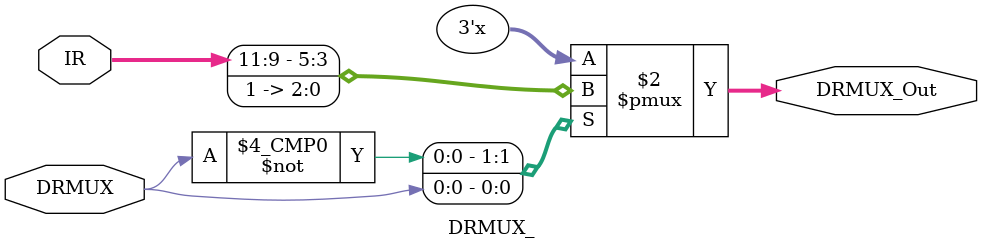
<source format=sv>
module DRMUX_(
	input logic DRMUX,
	input logic [15:0] IR,
	output logic [2:0] DRMUX_Out);

	
	always_comb
	 begin	 
	 
        unique case (DRMUX) //The unique keyword here instructs synthesis to fail if a case appears more than once.
	 	   1'b0   : DRMUX_Out = IR[11:9];
		   1'b1   : DRMUX_Out = 3'b111;
		   endcase
    end 



endmodule



</source>
